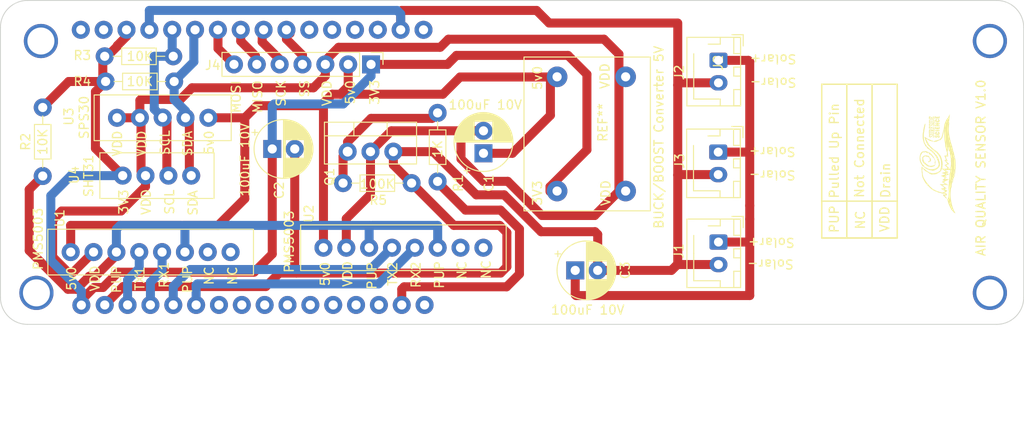
<source format=kicad_pcb>
(kicad_pcb (version 20211014) (generator pcbnew)
  (layers (0 "F.Cu" signal) (31 "B.Cu" signal) (34 "B.Paste" user) (35 "F.Paste" user) (36 "B.SilkS" user "B.Silkscreen") (37 "F.SilkS" user "F.Silkscreen") (38 "B.Mask" user) (39 "F.Mask" user) (44 "Edge.Cuts" user))
  (net 0 "")
  (net 1 "Net-(Q1-Pad1)")
  (net 2 "VDD2")
  (net 3 "GND")
  (net 12 "SCL")
  (net 16 "TX1")
  (net 17 "RX1")
  (net 18 "TX2")
  (net 19 "RX2")
  (net 25 "5V0")
  (net 26 "PULLUP_1")
  (net 31 "SDA")
  (net 32 "3V3")
  (net 33 "Solar_IN")
  (net 34 "SPI_SS")
  (net 35 "SPI_SCK")
  (net 36 "SPI_MISO")
  (net 37 "SPI_MOSI")
  (net 38 "VDD_EN")
  (footprint "Connector_JST:JST_XH_B2B-XH-AM_1x02_P2.50mm_Vertical" (layer "F.Cu") (at 93.725 20.05 -90)
    (fp_text reference "J2" (at 0.25 0.025 -270) (layer "F.SilkS"))
    (fp_text value "Conn_01x02_Male")
    (fp_text user "${REFERENCE}" (at 1.35 4.35 -270) (layer "F.SilkS"))
    (pad "" np_thru_hole circle (at -1.6 2 270) (size 1.2 1.2) (drill 1.2) (layers *.Cu *.Mask))
    (pad "1" thru_hole roundrect (at 0 0 270) (size 1.7 2) (drill 1) (layers *.Cu *.Mask) (roundrect_rratio 0.1470588235) (net 33 "Solar_IN"))
    (pad "2" thru_hole oval (at 2.5 0 270) (size 1.7 2) (drill 1) (layers *.Cu *.Mask) (net 3 "GND"))
  )
  (footprint "" (layer "F.Cu") (at 123.9 17.9 90)
    (fp_text reference "" (at 0 0 90) (layer "F.SilkS") (effects (font (size 1.27 1.27))))
    (fp_text value "" (at 0 0 90) (layer "F.SilkS") (effects (font (size 1.27 1.27))))
    (pad "1" thru_hole circle (at 0 0 90) (size 3.8 3.8) (drill 3) (layers *.Cu *.Mask))
  )
  (footprint "Surfside Science:PMS5003" (layer "F.Cu") (at 26.79 36.285)
    (fp_text reference "U1" (at -6.29 1.315 90 unlocked) (layer "F.SilkS"))
    (fp_text value "PMS5003")
    (pad "1" thru_hole circle (at -5.08 5.08 180) (size 2 2) (drill 1.02) (layers *.Cu *.Mask) (net 25 "5V0"))
    (pad "2" thru_hole circle (at -2.54 5.08 180) (size 2 2) (drill 1.02) (layers *.Cu *.Mask) (net 2 "VDD2"))
    (pad "3" thru_hole circle (at 0 5.08 180) (size 2 2) (drill 1.02) (layers *.Cu *.Mask) (net 26 "PULLUP_1"))
    (pad "4" thru_hole circle (at 2.54 5.08 180) (size 2 2) (drill 1.02) (layers *.Cu *.Mask) (net 16 "TX1"))
    (pad "5" thru_hole circle (at 5.08 5.08 180) (size 2 2) (drill 1.02) (layers *.Cu *.Mask) (net 17 "RX1"))
    (pad "6" thru_hole circle (at 7.62 5.08 180) (size 2 2) (drill 1.02) (layers *.Cu *.Mask) (net 26 "PULLUP_1"))
    (pad "7" thru_hole circle (at 10.16 5.08 180) (size 2 2) (drill 1.02) (layers *.Cu *.Mask))
    (pad "8" thru_hole circle (at 12.7 5.08 180) (size 2 2) (drill 1.02) (layers *.Cu *.Mask))
  )
  (footprint "Surfside Science:surfside science logo" (layer "F.Cu") (at 120.46517 37.519587 90)
    (fp_text reference "REF**" hide)
    (fp_text value "surfside science logo")
    (fp_text user "AIR QUALITY SENSOR V1.0" (at 5.519587 2.43483 90 unlocked) (layer "F.SilkS"))
  )
  (footprint "Capacitor_THT:CP_Radial_D6.3mm_P2.50mm" (layer "F.Cu") (at 67.6 30.382379 90)
    (fp_text reference "C1" (at -3.317621 0.6 90) (layer "F.SilkS"))
    (fp_text value "C_Polarized_US")
    (pad "1" thru_hole rect (at 0 0 90) (size 2 2) (drill 1.02) (layers *.Cu *.Mask) (net 25 "5V0"))
    (pad "2" thru_hole circle (at 2.5 0 90) (size 2 2) (drill 1.02) (layers *.Cu *.Mask) (net 2 "VDD2"))
  )
  (footprint "Resistor_THT:R_Axial_DIN0204_L3.6mm_D1.6mm_P7.62mm_Horizontal" (layer "F.Cu") (at 62.5 33.51 90)
    (fp_text reference "R1" (at -0.19 2.3 90) (layer "F.SilkS"))
    (fp_text value "1K")
    (pad "1" thru_hole circle (at 0 0 90) (size 2 2) (drill 1.02) (layers *.Cu *.Mask) (net 38 "VDD_EN"))
    (pad "2" thru_hole oval (at 7.62 0 90) (size 2 2) (drill 1.02) (layers *.Cu *.Mask) (net 1 "Net-(Q1-Pad1)"))
  )
  (footprint "Surfside Science:SHT31" (layer "F.Cu") (at 32.57 27.785)
    (fp_text reference "U4" (at -10.47 5.015 90 unlocked) (layer "F.SilkS"))
    (fp_text value "SHT31")
    (pad "1" thru_hole circle (at -5.08 5.08 180) (size 2 2) (drill 1.02) (layers *.Cu *.Mask) (net 32 "3V3"))
    (pad "2" thru_hole circle (at -2.54 5.08 180) (size 2 2) (drill 1.02) (layers *.Cu *.Mask) (net 2 "VDD2"))
    (pad "3" thru_hole circle (at 0 5.08 180) (size 2 2) (drill 1.02) (layers *.Cu *.Mask) (net 12 "SCL"))
    (pad "4" thru_hole circle (at 2.54 5.08 180) (size 2 2) (drill 1.02) (layers *.Cu *.Mask) (net 31 "SDA"))
  )
  (footprint "Resistor_THT:R_Axial_DIN0204_L3.6mm_D1.6mm_P7.62mm_Horizontal" (layer "F.Cu") (at 25.59 22.4)
    (fp_text reference "R4" (at -2.59 0) (layer "F.SilkS"))
    (fp_text value "10K")
    (pad "1" thru_hole circle (at 0 0) (size 2 2) (drill 1.02) (layers *.Cu *.Mask) (net 32 "3V3"))
    (pad "2" thru_hole oval (at 7.62 0) (size 2 2) (drill 1.02) (layers *.Cu *.Mask) (net 31 "SDA"))
  )
  (footprint "Resistor_THT:R_Axial_DIN0204_L3.6mm_D1.6mm_P7.62mm_Horizontal" (layer "F.Cu") (at 59.61 33.7 180)
    (fp_text reference "R5" (at 3.71 -1.9) (layer "F.SilkS"))
    (fp_text value "100K")
    (pad "1" thru_hole circle (at 0 0 180) (size 2 2) (drill 1.02) (layers *.Cu *.Mask) (net 3 "GND"))
    (pad "2" thru_hole circle (at 7.62 0 180) (size 2 2) (drill 1.02) (layers *.Cu *.Mask) (net 1 "Net-(Q1-Pad1)"))
  )
  (footprint "Package_TO_SOT_THT:TO-220-3_Vertical" (layer "F.Cu") (at 52.5 30.2)
    (fp_text reference "Q1" (at -2 2.8 90) (layer "F.SilkS"))
    (fp_text value "IRLB8721PBF")
    (pad "1" thru_hole circle (at 0 0) (size 2 2) (drill 1.1) (layers *.Cu *.Mask) (net 1 "Net-(Q1-Pad1)"))
    (pad "2" thru_hole circle (at 2.54 0) (size 2 2) (drill 1.02) (layers *.Cu *.Mask) (net 2 "VDD2"))
    (pad "3" thru_hole circle (at 5.08 0) (size 2 2) (drill 1.02) (layers *.Cu *.Mask) (net 3 "GND"))
  )
  (footprint "Resistor_THT:R_Axial_DIN0204_L3.6mm_D1.6mm_P7.62mm_Horizontal" (layer "F.Cu") (at 33.11 19.6 180)
    (fp_text reference "R3" (at 10.11 0.1) (layer "F.SilkS"))
    (fp_text value "10K")
    (pad "1" thru_hole circle (at 0 0 180) (size 2 2) (drill 1.02) (layers *.Cu *.Mask) (net 12 "SCL"))
    (pad "2" thru_hole oval (at 7.62 0 180) (size 2 2) (drill 1.02) (layers *.Cu *.Mask) (net 32 "3V3"))
  )
  (footprint "MountingHole:MountingHole_2.2mm_M2_DIN965_Pad" (layer "F.Cu") (at 17.9 45.9 90)
    (fp_text reference "REF**" hide)
    (fp_text value "MountingHole_2.2mm_M2_DIN965_Pad")
    (pad "1" thru_hole circle (at 0 0 90) (size 3.8 3.8) (drill 3) (layers *.Cu *.Mask))
  )
  (footprint "Connector_PinHeader_2.54mm:PinHeader_1x07_P2.54mm_Vertical" (layer "F.Cu") (at 55.1 20.5 -90)
    (fp_text reference "J4" (at 0.1 17.6) (layer "F.SilkS"))
    (fp_text value "Conn_01x07_Male")
    (pad "1" thru_hole rect (at 0 0 270) (size 2 2) (drill 1.02) (layers *.Cu *.Mask) (net 32 "3V3"))
    (pad "2" thru_hole oval (at 0 2.54 270) (size 2 2) (drill 1.02) (layers *.Cu *.Mask) (net 25 "5V0"))
    (pad "3" thru_hole oval (at 0 5.08 270) (size 2 2) (drill 1.02) (layers *.Cu *.Mask) (net 2 "VDD2"))
    (pad "4" thru_hole oval (at 0 7.62 270) (size 2 2) (drill 1.02) (layers *.Cu *.Mask) (net 34 "SPI_SS"))
    (pad "5" thru_hole oval (at 0 10.16 270) (size 2 2) (drill 1.02) (layers *.Cu *.Mask) (net 35 "SPI_SCK"))
    (pad "6" thru_hole oval (at 0 12.7 270) (size 2 2) (drill 1.02) (layers *.Cu *.Mask) (net 36 "SPI_MISO"))
    (pad "7" thru_hole oval (at 0 15.24 270) (size 2 2) (drill 1.02) (layers *.Cu *.Mask) (net 37 "SPI_MOSI"))
  )
  (footprint "Capacitor_THT:CP_Radial_D6.3mm_P2.50mm" (layer "F.Cu") (at 77.8 43.4)
    (fp_text reference "C3" (at 5.55738 0 90) (layer "F.SilkS"))
    (fp_text value "C_Polarized_US")
    (pad "1" thru_hole rect (at 0 0) (size 2 2) (drill 1.02) (layers *.Cu *.Mask) (net 33 "Solar_IN"))
    (pad "2" thru_hole circle (at 2.5 0) (size 2 2) (drill 1.02) (layers *.Cu *.Mask) (net 3 "GND"))
  )
  (footprint "Capacitor_THT:CP_Radial_D6.3mm_P2.50mm" (layer "F.Cu") (at 44.117621 29.9)
    (fp_text reference "C2" (at 0.782379 4.6 90) (layer "F.SilkS"))
    (fp_text value "C_Polarized_US")
    (pad "1" thru_hole rect (at 0 0) (size 2 2) (drill 1.02) (layers *.Cu *.Mask) (net 32 "3V3"))
    (pad "2" thru_hole circle (at 2.5 0) (size 2 2) (drill 1.02) (layers *.Cu *.Mask) (net 3 "GND"))
  )
  (footprint "Surfside Science:ilygo-ttgo-t-sim7000g-esp32-wrover" (layer "F.Cu") (at 63.114649 33.123002 90)
    (fp_text reference "U6" hide)
    (fp_text value "lilygo-ttgo-t-sim7000g-esp32-wrover" hide)
    (pad "0" thru_hole circle (at 16.47 -9.8 90) (size 2 2) (drill 1.02) (layers *.Cu *.Mask))
    (pad "01" thru_hole circle (at 16.47 -40.28 90) (size 2 2) (drill 1.02) (layers *.Cu *.Mask))
    (pad "02" thru_hole circle (at -14.12 -14.76 90) (size 2 2) (drill 1.02) (layers *.Cu *.Mask))
    (pad "03" thru_hole circle (at 16.47 -37.74 90) (size 2 2) (drill 1.02) (layers *.Cu *.Mask))
    (pad "3V3" thru_hole circle (at -14.14 -40.22 90) (size 2 2) (drill 1.02) (layers *.Cu *.Mask) (net 32 "3V3"))
    (pad "3V3" thru_hole circle (at 16.47 -35.2 90) (size 2 2) (drill 1.02) (layers *.Cu *.Mask) (net 32 "3V3"))
    (pad "04" thru_hole circle (at -14.12 -17.3 90) (size 2 2) (drill 1.02) (layers *.Cu *.Mask))
    (pad "05" thru_hole circle (at 16.47 -17.42 90) (size 2 2) (drill 1.02) (layers *.Cu *.Mask) (net 34 "SPI_SS"))
    (pad "12" thru_hole circle (at -14.12 -4.6 90) (size 2 2) (drill 1.02) (layers *.Cu *.Mask) (net 38 "VDD_EN"))
    (pad "13" thru_hole circle (at -14.12 -7.14 90) (size 2 2) (drill 1.02) (layers *.Cu *.Mask))
    (pad "14" thru_hole circle (at -14.12 -9.68 90) (size 2 2) (drill 1.02) (layers *.Cu *.Mask))
    (pad "15" thru_hole circle (at -14.12 -12.22 90) (size 2 2) (drill 1.02) (layers *.Cu *.Mask))
    (pad "18" thru_hole circle (at 16.47 -19.96 90) (size 2 2) (drill 1.02) (layers *.Cu *.Mask) (net 35 "SPI_SCK"))
    (pad "19" thru_hole circle (at 16.47 -22.5 90) (size 2 2) (drill 1.02) (layers *.Cu *.Mask) (net 36 "SPI_MISO"))
    (pad "21" thru_hole circle (at 16.47 -27.58 90) (size 2 2) (drill 1.02) (layers *.Cu *.Mask) (net 31 "SDA"))
    (pad "22" thru_hole circle (at 16.47 -30.12 90) (size 2 2) (drill 1.02) (layers *.Cu *.Mask) (net 12 "SCL"))
    (pad "23" thru_hole circle (at 16.47 -25.04 90) (size 2 2) (drill 1.02) (layers *.Cu *.Mask) (net 37 "SPI_MOSI"))
    (pad "25" thru_hole circle (at -14.12 -24.92 90) (size 2 2) (drill 1.02) (layers *.Cu *.Mask))
    (pad "26" thru_hole circle (at -14.12 -22.38 90) (size 2 2) (drill 1.02) (layers *.Cu *.Mask))
    (pad "27" thru_hole circle (at -14.12 -19.84 90) (size 2 2) (drill 1.02) (layers *.Cu *.Mask))
    (pad "32" thru_hole circle (at -14.12 -35.08 90) (size 2 2) (drill 1.02) (layers *.Cu *.Mask) (net 16 "TX1"))
    (pad "33" thru_hole circle (at -14.12 -32.54 90) (size 2 2) (drill 1.02) (layers *.Cu *.Mask) (net 17 "RX1"))
    (pad "34" thru_hole circle (at -14.12 -30 90) (size 2 2) (drill 1.02) (layers *.Cu *.Mask) (net 18 "TX2"))
    (pad "35" thru_hole circle (at -14.12 -27.46 90) (size 2 2) (drill 1.02) (layers *.Cu *.Mask) (net 19 "RX2"))
    (pad "36" thru_hole circle (at 16.47 -12.34 90) (size 2 2) (drill 1.02) (layers *.Cu *.Mask))
    (pad "39" thru_hole circle (at 16.47 -14.88 90) (size 2 2) (drill 1.02) (layers *.Cu *.Mask))
    (pad "GND" thru_hole circle (at -14.12 -37.62 90) (size 2 2) (drill 1.02) (layers *.Cu *.Mask) (net 3 "GND"))
    (pad "GND" thru_hole circle (at 16.47 -32.66 90) (size 2 2) (drill 1.02) (layers *.Cu *.Mask) (net 3 "GND"))
    (pad "GND" thru_hole circle (at 16.47 -4.72 90) (size 2 2) (drill 1.02) (layers *.Cu *.Mask) (net 3 "GND"))
    (pad "RST" thru_hole circle (at 16.47 -7.26 90) (size 2 2) (drill 1.02) (layers *.Cu *.Mask))
    (pad "VBAT" thru_hole circle (at -14.12 -2.06 90) (size 2 2) (drill 1.02) (layers *.Cu *.Mask))
    (pad "VIN" thru_hole circle (at 16.47 -2.18 90) (size 2 2) (drill 1.02) (layers *.Cu *.Mask))
  )
  (footprint "Resistor_THT:R_Axial_DIN0204_L3.6mm_D1.6mm_P7.62mm_Horizontal" (layer "F.Cu") (at 18.6 32.91 90)
    (fp_text reference "R2" (at 3.8 -1.9 90) (layer "F.SilkS"))
    (fp_text value "10K")
    (pad "1" thru_hole circle (at 0 0 90) (size 2 2) (drill 1.02) (layers *.Cu *.Mask) (net 26 "PULLUP_1"))
    (pad "2" thru_hole oval (at 7.62 0 90) (size 2 2) (drill 1.02) (layers *.Cu *.Mask) (net 32 "3V3"))
  )
  (footprint "Surfside Science:PMS5003" (layer "F.Cu") (at 54.89 35.8)
    (fp_text reference "U2" (at -6.69 1.3 90 unlocked) (layer "F.SilkS"))
    (fp_text value "PMS5003")
    (pad "1" thru_hole circle (at -5.08 5.08 180) (size 2 2) (drill 1.02) (layers *.Cu *.Mask) (net 25 "5V0"))
    (pad "2" thru_hole circle (at -2.54 5.08 180) (size 2 2) (drill 1.02) (layers *.Cu *.Mask) (net 2 "VDD2"))
    (pad "3" thru_hole circle (at 0 5.08 180) (size 2 2) (drill 1.02) (layers *.Cu *.Mask) (net 26 "PULLUP_1"))
    (pad "4" thru_hole circle (at 2.54 5.08 180) (size 2 2) (drill 1.02) (layers *.Cu *.Mask) (net 18 "TX2"))
    (pad "5" thru_hole circle (at 5.08 5.08 180) (size 2 2) (drill 1.02) (layers *.Cu *.Mask) (net 19 "RX2"))
    (pad "6" thru_hole circle (at 7.62 5.08 180) (size 2 2) (drill 1.02) (layers *.Cu *.Mask) (net 26 "PULLUP_1"))
    (pad "7" thru_hole circle (at 10.16 5.08 180) (size 2 2) (drill 1.02) (layers *.Cu *.Mask))
    (pad "8" thru_hole circle (at 12.7 5.08 180) (size 2 2) (drill 1.02) (layers *.Cu *.Mask))
  )
  (footprint "" (layer "F.Cu") (at 18.4 17.9 90)
    (fp_text reference "" (at 0 0 90) (layer "F.SilkS") (effects (font (size 1.27 1.27))))
    (fp_text value "" (at 0 0 90) (layer "F.SilkS") (effects (font (size 1.27 1.27))))
    (pad "1" thru_hole circle (at 0 0 90) (size 3.8 3.8) (drill 3) (layers *.Cu *.Mask))
  )
  (footprint "" (layer "F.Cu") (at 123.9 45.9 90)
    (fp_text reference "" (at 0 0 90) (layer "F.SilkS") (effects (font (size 1.27 1.27))))
    (fp_text value "" (at 0 0 90) (layer "F.SilkS") (effects (font (size 1.27 1.27))))
    (pad "1" thru_hole circle (at 0 0 90) (size 3.8 3.8) (drill 3) (layers *.Cu *.Mask))
  )
  (footprint "Connector_JST:JST_XH_B2B-XH-AM_1x02_P2.50mm_Vertical" (layer "F.Cu") (at 93.725 40.25 -90)
    (fp_text reference "J1" (at 1 4.4 -270) (layer "F.SilkS"))
    (fp_text value "Conn_01x02_Male")
    (pad "" np_thru_hole circle (at -1.6 2 270) (size 1.2 1.2) (drill 1.2) (layers *.Cu *.Mask))
    (pad "1" thru_hole roundrect (at 0 0 270) (size 1.7 2) (drill 1) (layers *.Cu *.Mask) (roundrect_rratio 0.1470588235) (net 33 "Solar_IN"))
    (pad "2" thru_hole oval (at 2.5 0 270) (size 1.7 2) (drill 1) (layers *.Cu *.Mask) (net 3 "GND"))
  )
  (footprint "Surfside Science:SPS30" (layer "F.Cu") (at 34.477024 31.515 180)
    (fp_text reference "U3" (at 12.977024 5.215 90 unlocked) (layer "F.SilkS"))
    (fp_text value "SPS30")
    (pad "1" thru_hole circle (at -2.54 5.08) (size 2 2) (drill 1.02) (layers *.Cu *.Mask) (net 25 "5V0"))
    (pad "2" thru_hole circle (at 0 5.08) (size 2 2) (drill 1.02) (layers *.Cu *.Mask) (net 31 "SDA"))
    (pad "3" thru_hole circle (at 2.538512 5.101512) (size 2 2) (drill 1.02) (layers *.Cu *.Mask) (net 12 "SCL"))
    (pad "4" thru_hole circle (at 5.077024 5.079999) (size 2 2) (drill 1.02) (layers *.Cu *.Mask) (net 2 "VDD2"))
    (pad "5" thru_hole circle (at 7.615536 5.079999) (size 2 2) (drill 1.02) (layers *.Cu *.Mask) (net 2 "VDD2"))
  )
  (footprint "Surfside Science:Buck_Boost_Converter" (layer "F.Cu") (at 88.105 38.73 90)
    (fp_text reference "REF**" (at 11.77 -7.24 90 unlocked) (layer "F.SilkS"))
    (fp_text value "Buck_Boost_Converter")
    (pad "1" thru_hole circle (at 4.15 -12.32 90) (size 2.286 2.286) (drill 1.02) (layers *.Cu *.Mask) (net 32 "3V3"))
    (pad "2" thru_hole circle (at 4.15 -4.7 270) (size 2.286 2.286) (drill 1.02) (layers *.Cu *.Mask) (net 2 "VDD2"))
    (pad "3" thru_hole circle (at 16.85 -12.32 270) (size 2.286 2.286) (drill 1.02) (layers *.Cu *.Mask) (net 25 "5V0"))
    (pad "4" thru_hole circle (at 16.85 -4.7 270) (size 2.286 2.286) (drill 1.02) (layers *.Cu *.Mask) (net 2 "VDD2"))
  )
  (footprint "Connector_JST:JST_XH_B2B-XH-AM_1x02_P2.50mm_Vertical" (layer "F.Cu") (at 93.7 30.25 -90)
    (fp_text reference "J3" (at 1 4.3 -270) (layer "F.SilkS"))
    (fp_text value "Conn_01x02_Male")
    (pad "" np_thru_hole circle (at -1.6 2 270) (size 1.2 1.2) (drill 1.2) (layers *.Cu *.Mask))
    (pad "1" thru_hole roundrect (at 0 0 270) (size 1.7 2) (drill 1) (layers *.Cu *.Mask) (roundrect_rratio 0.1470588235) (net 33 "Solar_IN"))
    (pad "2" thru_hole oval (at 2.5 0 270) (size 1.7 2) (drill 1) (layers *.Cu *.Mask) (net 3 "GND"))
  )
  (gr_rect (start 113.6 39.8) (end 105.2 35.7) (layer "F.SilkS") (width 0.15) (fill none))
  (gr_rect (start 108 39.8) (end 110.8 22.7) (layer "F.SilkS") (width 0.15) (fill none))
  (gr_rect (start 113.6 39.8) (end 105.2 22.7) (layer "F.SilkS") (width 0.15) (fill none))
  (gr_rect (start 110.8 39.8) (end 113.6 22.7) (layer "F.SilkS") (width 0.15) (fill none))
  (gr_rect (start 105.2 39.8) (end 108 22.7) (layer "F.SilkS") (width 0.15) (fill none))
  (gr_arc (start 13.9 16.39) (mid 14.77868 14.26868) (end 16.9 13.39) (layer "Edge.Cuts") (width 0.1))
  (gr_arc (start 127.66 46.4) (mid 126.78132 48.52132) (end 124.66 49.4) (layer "Edge.Cuts") (width 0.1))
  (gr_arc (start 124.66 13.39) (mid 126.78132 14.26868) (end 127.66 16.39) (layer "Edge.Cuts") (width 0.1))
  (gr_line (start 127.66 16.39) (end 127.66 46.4) (layer "Edge.Cuts") (width 0.1))
  (gr_line (start 124.66 49.4) (end 16.9 49.4) (layer "Edge.Cuts") (width 0.1))
  (gr_line (start 13.9 46.4) (end 13.9 16.39) (layer "Edge.Cuts") (width 0.1))
  (gr_arc (start 16.9 49.4) (mid 14.77868 48.52132) (end 13.9 46.4) (layer "Edge.Cuts") (width 0.1))
  (gr_line (start 16.9 13.39) (end 124.66 13.39) (layer "Edge.Cuts") (width 0.1))
  (gr_text "VDD" (at 81.2 34.8 90) (layer "F.SilkS") (effects (font (size 1 1))))
  (gr_text "PUP\n" (at 55.2 44 90) (layer "F.SilkS") (effects (font (size 1 1))))
  (gr_text "100uF 10V" (at 41.1 31.1 90) (layer "F.SilkS") (effects (font (size 1 1))))
  (gr_text "PUP\n" (at 34.7 44.4 90) (layer "F.SilkS") (effects (font (size 1 1))))
  (gr_text "SCK" (at 45.1 23.7 90) (layer "F.SilkS") (effects (font (size 1 1))))
  (gr_text "Solar+" (at 99.7 30.2 180) (layer "F.SilkS") (effects (font (size 1 1))))
  (gr_text "VDD\n" (at 50.2 23.7 90) (layer "F.SilkS") (effects (font (size 1 1))))
  (gr_text "SDA" (at 35.3 35.9 90) (layer "F.SilkS") (effects (font (size 1 1))))
  (gr_text "TX2" (at 57.5 43.8 90) (layer "F.SilkS") (effects (font (size 1 1))))
  (gr_text "SDA" (at 34.7 29.3 90) (layer "F.SilkS") (effects (font (size 1 1))))
  (gr_text "3V3" (at 73.6 34.8 90) (layer "F.SilkS") (effects (font (size 1 1))))
  (gr_text "Pulled Up Pin\n" (at 106.6 30.1 90) (layer "F.SilkS") (effects (font (size 1 1))))
  (gr_text "NC" (at 39.7 44 90) (layer "F.SilkS") (effects (font (size 1 1))))
  (gr_text "5v0" (at 50 43.8 90) (layer "F.SilkS") (effects (font (size 1 1))))
  (gr_text "10K" (at 18.6 29.1 90) (layer "F.SilkS") (effects (font (size 1 1))))
  (gr_text "RX2" (at 60.1 43.9 90) (layer "F.SilkS") (effects (font (size 1 1))))
  (gr_text "100uF 10V" (at 67.8 25) (layer "F.SilkS") (effects (font (size 1 1))))
  (gr_text "5v0" (at 21.8 44.3 90) (layer "F.SilkS") (effects (font (size 1 1))))
  (gr_text "5v0" (at 73.6 22 90) (layer "F.SilkS") (effects (font (size 1 1))))
  (gr_text "MOSI" (at 40.1 24.1 90) (layer "F.SilkS") (effects (font (size 1 1))))
  (gr_text "PUP\n" (at 62.7 43.9 90) (layer "F.SilkS") (effects (font (size 1 1))))
  (gr_text "VDD" (at 52.5 43.8 90) (layer "F.SilkS") (effects (font (size 1 1))))
  (gr_text "5v0" (at 52.8 23.6 90) (layer "F.SilkS") (effects (font (size 1 1))))
  (gr_text "Solar-" (at 99.5 42.7 180) (layer "F.SilkS") (effects (font (size 1 1))))
  (gr_text "Drain" (at 112.3 33.4 90) (layer "F.SilkS") (effects (font (size 1 1))))
  (gr_text "VDD" (at 81.1 21.8 90) (layer "F.SilkS") (effects (font (size 1 1))))
  (gr_text "NC" (at 65.2 43.4 90) (layer "F.SilkS") (effects (font (size 1 1))))
  (gr_text "TX1" (at 29.4 44.3 90) (layer "F.SilkS") (effects (font (size 1 1))))
  (gr_text "PMS5003\n" (at 18.1 39.9 90) (layer "F.SilkS") (effects (font (size 1 1))))
  (gr_text "Not Connected" (at 109.4 29.8 90) (layer "F.SilkS") (effects (font (size 1 1))))
  (gr_text "Solar+" (at 99.8 19.9 180) (layer "F.SilkS") (effects (font (size 1 1))))
  (gr_text "SS" (at 47.7 23.2 90) (layer "F.SilkS") (effects (font (size 1 1))))
  (gr_text "NC" (at 37.1 44 90) (layer "F.SilkS") (effects (font (size 1 1))))
  (gr_text "Solar-" (at 99.7 32.8 180) (layer "F.SilkS") (effects (font (size 1 1))))
  (gr_text "VDD\n" (at 29.6 29.3 90) (layer "F.SilkS") (effects (font (size 1 1))))
  (gr_text "VDD" (at 112.2 37.7 90) (layer "F.SilkS") (effects (font (size 1 1))))
  (gr_text "SCL" (at 32.2 29.2 90) (layer "F.SilkS") (effects (font (size 1 1))))
  (gr_text "BUCK/BOOST Converter 5V" (at 87.1 28.6 90) (layer "F.SilkS") (effects (font (size 1 1))))
  (gr_text "VDD" (at 30.1 35.8 90) (layer "F.SilkS") (effects (font (size 1 1))))
  (gr_text "100K" (at 55.8 33.8) (layer "F.SilkS") (effects (font (size 1 1))))
  (gr_text "100uF 10V" (at 79.2 47.8) (layer "F.SilkS") (effects (font (size 1 1))))
  (gr_text "5v0" (at 37.1 29.2 90) (layer "F.SilkS") (effects (font (size 1 1))))
  (gr_text "PUP\n" (at 26.8 44.4 90) (layer "F.SilkS") (effects (font (size 1 1))))
  (gr_text "10K" (at 29.4 22.4) (layer "F.SilkS") (effects (font (size 1 1))))
  (gr_text "10K" (at 29.4 19.6) (layer "F.SilkS") (effects (font (size 1 1))))
  (gr_text "RX1" (at 32.1 43.9 90) (layer "F.SilkS") (effects (font (size 1 1))))
  (gr_text "SPS30" (at 23.2 26.4 90) (layer "F.SilkS") (effects (font (size 1 1))))
  (gr_text "Solar+" (at 99.6 40.3 180) (layer "F.SilkS") (effects (font (size 1 1))))
  (gr_text "NC\n" (at 109.5 37.8 90) (layer "F.SilkS") (effects (font (size 1 1))))
  (gr_text "VDD" (at 24.4 44.3 90) (layer "F.SilkS") (effects (font (size 1 1))))
  (gr_text "NC" (at 67.9 43.3 90) (layer "F.SilkS") (effects (font (size 1 1))))
  (gr_text "SCL" (at 32.7 35.8 90) (layer "F.SilkS") (effects (font (size 1 1))))
  (gr_text "Solar-" (at 99.8 22.5 180) (layer "F.SilkS") (effects (font (size 1 1))))
  (gr_text "VDD\n" (at 26.9 29.3 90) (layer "F.SilkS") (effects (font (size 1 1))))
  (gr_text "3V3" (at 27.6 35.8 90) (layer "F.SilkS") (effects (font (size 1 1))))
  (gr_text "SHT31\n" (at 23.7 32.9 90) (layer "F.SilkS") (effects (font (size 1 1))))
  (gr_text "PUP\n" (at 106.6 37.7 90) (layer "F.SilkS") (effects (font (size 1 1))))
  (gr_text "PMS5003\n" (at 46 40.2 90) (layer "F.SilkS") (effects (font (size 1 1))))
  (gr_text "1K" (at 62.5 29.9 90) (layer "F.SilkS") (effects (font (size 1 1))))
  (gr_text "MISO" (at 42.5 24.1 90) (layer "F.SilkS") (effects (font (size 1 1))))
  (gr_text "3V3" (at 55.5 23.6 90) (layer "F.SilkS") (effects (font (size 1 1))))
  (segment (start 52.5 30.2) (end 51.99 30.71) (width 1) (layer "F.Cu") (net 1))
  (segment (start 61.89 26.5) (end 55.1 26.5) (width 1) (layer "F.Cu") (net 1))
  (segment (start 62.495 25.4) (end 62.495 25.515) (width 1) (layer "F.Cu") (net 1))
  (segment (start 62.5 25.89) (end 61.89 26.5) (width 1) (layer "F.Cu") (net 1))
  (segment (start 62.495 25.515) (end 62.31 25.7) (width 1) (layer "F.Cu") (net 1))
  (segment (start 52.5 29.1) (end 52.5 30.2) (width 1) (layer "F.Cu") (net 1))
  (segment (start 55.1 26.5) (end 52.5 29.1) (width 1) (layer "F.Cu") (net 1))
  (segment (start 51.99 30.71) (end 51.99 33.7) (width 1) (layer "F.Cu") (net 1))
  (segment (start 29.4 26.435001) (end 29.53 26.565001) (width 1) (layer "F.Cu") (net 2))
  (segment (start 19.7 41.9) (end 21.4 43.6) (width 1) (layer "F.Cu") (net 2))
  (segment (start 70.3 33.5) (end 74.1 37.3) (width 1) (layer "F.Cu") (net 2))
  (segment (start 79.96 37.3) (end 82.66 34.6) (width 1) (layer "F.Cu") (net 2))
  (segment (start 82.66 34.6) (end 82.66 19.36) (width 1) (layer "F.Cu") (net 2))
  (segment (start 19.7 37.8) (end 19.7 41.9) (width 1) (layer "F.Cu") (net 2))
  (segment (start 30.03 32.865) (end 30.03 34.07) (width 1) (layer "F.Cu") (net 2))
  (segment (start 55.04 34.96) (end 52.35 37.65) (width 1) (layer "F.Cu") (net 2))
  (segment (start 63.7 17.7) (end 62.8 18.6) (width 1) (layer "F.Cu") (net 2))
  (segment (start 50.02 21.78) (end 48.7 23.1) (width 1) (layer "F.Cu") (net 2))
  (segment (start 29.4 26.435001) (end 26.861488 26.435001) (width 1) (layer "F.Cu") (net 2))
  (segment (start 48.7 23.1) (end 35.2 23.1) (width 1) (layer "F.Cu") (net 2))
  (segment (start 29.4 24.5) (end 29.4 26.435001) (width 1) (layer "F.Cu") (net 2))
  (segment (start 27.3 36.8) (end 20.7 36.8) (width 1) (layer "F.Cu") (net 2))
  (segment (start 50.02 20.5) (end 50.02 21.78) (width 1) (layer "F.Cu") (net 2))
  (segment (start 24.25 41.35) (end 24.25 40.865) (width 1) (layer "F.Cu") (net 2))
  (segment (start 20.7 36.8) (end 19.7 37.8) (width 1) (layer "F.Cu") (net 2))
  (segment (start 67.6 33.5) (end 70.3 33.5) (width 1) (layer "F.Cu") (net 2))
  (segment (start 52.35 40.88) (end 52.415126 40.88) (width 1) (layer "F.Cu") (net 2))
  (segment (start 21.4 43.6) (end 22 43.6) (width 1) (layer "F.Cu") (net 2))
  (segment (start 66.017621 27.882379) (end 65.1 28.8) (width 1) (layer "F.Cu") (net 2))
  (segment (start 67.6 27.882379) (end 57.357621 27.882379) (width 1) (layer "F.Cu") (net 2))
  (segment (start 67.6 27.882379) (end 66.017621 27.882379) (width 1) (layer "F.Cu") (net 2))
  (segment (start 62.7 18.6) (end 51.492234 18.6) (width 1) (layer "F.Cu") (net 2))
  (segment (start 51.492234 18.6) (end 50.02 20.072234) (width 1) (layer "F.Cu") (net 2))
  (segment (start 65.1 28.8) (end 65.1 31) (width 1) (layer "F.Cu") (net 2))
  (segment (start 50.02 20.072234) (end 50.02 20.5) (width 1) (layer "F.Cu") (net 2))
  (segment (start 55.04 30.2) (end 55.04 34.96) (width 1) (layer "F.Cu") (net 2))
  (segment (start 29.53 26.565001) (end 29.53 32.365) (width 1) (layer "F.Cu") (net 2))
  (segment (start 52.35 37.65) (end 52.35 40.88) (width 1) (layer "F.Cu") (net 2))
  (segment (start 29.5 24.4) (end 29.4 24.5) (width 1) (layer "F.Cu") (net 2))
  (segment (start 33.9 24.4) (end 29.5 24.4) (width 1) (layer "F.Cu") (net 2))
  (segment (start 82.66 19.36) (end 81 17.7) (width 1) (layer "F.Cu") (net 2))
  (segment (start 81 17.7) (end 63.7 17.7) (width 1) (layer "F.Cu") (net 2))
  (segment (start 35.2 23.1) (end 33.9 24.4) (width 1) (layer "F.Cu") (net 2))
  (segment (start 22 43.6) (end 24.25 41.35) (width 1) (layer "F.Cu") (net 2))
  (segment (start 65.1 31) (end 67.6 33.5) (width 1) (layer "F.Cu") (net 2))
  (segment (start 30.03 34.07) (end 27.3 36.8) (width 1) (layer "F.Cu") (net 2))
  (segment (start 74.1 37.3) (end 79.96 37.3) (width 1) (layer "F.Cu") (net 2))
  (segment (start 29.53 32.365) (end 30.03 32.865) (width 1) (layer "F.Cu") (net 2))
  (segment (start 57.357621 27.882379) (end 55.04 30.2) (width 1) (layer "F.Cu") (net 2))
  (segment (start 25.494649 47.243002) (end 27.537651 45.2) (width 1) (layer "F.Cu") (net 3))
  (segment (start 69.4 38.4) (end 64.31 38.4) (width 1) (layer "F.Cu") (net 3))
  (segment (start 58.394649 14.605351) (end 58.5 14.5) (width 1) (layer "F.Cu") (net 3))
  (segment (start 44.9 43.7) (end 46.8 43.7) (width 1) (layer "F.Cu") (net 3))
  (segment (start 89.2 22.8) (end 89.2 15.9) (width 1) (layer "F.Cu") (net 3))
  (segment (start 73.5 14.5) (end 74.9 15.9) (width 1) (layer "F.Cu") (net 3))
  (segment (start 58.5 14.5) (end 73.5 14.5) (width 1) (layer "F.Cu") (net 3))
  (segment (start 89.2 42.7) (end 88.5 43.4) (width 1) (layer "F.Cu") (net 3))
  (segment (start 69.5 43.7) (end 70.2 43) (width 1) (layer "F.Cu") (net 3))
  (segment (start 66.8 35) (end 62 30.2) (width 1) (layer "F.Cu") (net 3))
  (segment (start 70.2 39.2) (end 69.4 38.4) (width 1) (layer "F.Cu") (net 3))
  (segment (start 89.2 32.8) (end 89.2 22.8) (width 1) (layer "F.Cu") (net 3))
  (segment (start 93.725 22.55) (end 89.45 22.55) (width 1) (layer "F.Cu") (net 3))
  (segment (start 80.3 39.4) (end 80 39.1) (width 1) (layer "F.Cu") (net 3))
  (segment (start 27.537651 45.2) (end 43.4 45.2) (width 1) (layer "F.Cu") (net 3))
  (segment (start 89.25 32.75) (end 89.2 32.8) (width 1) (layer "F.Cu") (net 3))
  (segment (start 93.7 32.75) (end 89.25 32.75) (width 1) (layer "F.Cu") (net 3))
  (segment (start 46.617621 43.517621) (end 46.8 43.7) (width 1) (layer "F.Cu") (net 3))
  (segment (start 74.9 15.9) (end 89.1 15.9) (width 1) (layer "F.Cu") (net 3))
  (segment (start 89.45 22.55) (end 89.2 22.8) (width 1) (layer "F.Cu") (net 3))
  (segment (start 80.3 43.4) (end 80.3 39.4) (width 1) (layer "F.Cu") (net 3))
  (segment (start 89.15 42.75) (end 88.6 43.3) (width 1) (layer "F.Cu") (net 3))
  (segment (start 46.8 43.7) (end 69.5 43.7) (width 1) (layer "F.Cu") (net 3))
  (segment (start 93.725 42.75) (end 89.15 42.75) (width 1) (layer "F.Cu") (net 3))
  (segment (start 46.617621 29.9) (end 46.617621 43.517621) (width 1) (layer "F.Cu") (net 3))
  (segment (start 57.58 31.67) (end 57.58 30.2) (width 1) (layer "F.Cu") (net 3))
  (segment (start 89.2 32.8) (end 89.2 42.7) (width 1) (layer "F.Cu") (net 3))
  (segment (start 64.31 38.4) (end 57.58 31.67) (width 1) (layer "F.Cu") (net 3))
  (segment (start 62 30.2) (end 57.58 30.2) (width 1) (layer "F.Cu") (net 3))
  (segment (start 80 39.1) (end 74 39.1) (width 1) (layer "F.Cu") (net 3))
  (segment (start 88.5 43.4) (end 80.3 43.4) (width 1) (layer "F.Cu") (net 3))
  (segment (start 70.2 43) (end 70.2 39.2) (width 1) (layer "F.Cu") (net 3))
  (segment (start 74 39.1) (end 69.9 35) (width 1) (layer "F.Cu") (net 3))
  (segment (start 69.9 35) (end 66.8 35) (width 1) (layer "F.Cu") (net 3))
  (segment (start 58.394649 16.653002) (end 58.394649 14.605351) (width 1) (layer "F.Cu") (net 3))
  (segment (start 43.4 45.2) (end 44.9 43.7) (width 1) (layer "F.Cu") (net 3))
  (segment (start 30.454649 16.653002) (end 30.454649 14.5) (width 1) (layer "B.Cu") (net 3))
  (segment (start 58 14.5) (end 58.394649 14.894649) (width 1) (layer "B.Cu") (net 3))
  (segment (start 30.454649 14.5) (end 58 14.5) (width 1) (layer "B.Cu") (net 3))
  (segment (start 58.394649 14.894649) (end 58.394649 16.653002) (width 1) (layer "B.Cu") (net 3))
  (segment (start 32.4 26.874976) (end 31.938512 26.413488) (width 1) (layer "F.Cu") (net 12))
  (segment (start 32.9 16.747651) (end 32.994649 16.653002) (width 1) (layer "F.Cu") (net 12))
  (segment (start 32.4 32.695) (end 32.4 26.874976) (width 1) (layer "F.Cu") (net 12))
  (segment (start 32.57 32.865) (end 32.4 32.695) (width 1) (layer "F.Cu") (net 12))
  (segment (start 31 19.6) (end 33.11 19.6) (width 1) (layer "B.Cu") (net 12))
  (segment (start 33.11 19.6) (end 32.994649 19.484649) (width 1) (layer "B.Cu") (net 12))
  (segment (start 32.994649 19.484649) (end 32.994649 16.653002) (width 1) (layer "B.Cu") (net 12))
  (segment (start 31.938512 26.878487) (end 31.938512 26.413488) (width 1) (layer "B.Cu") (net 12))
  (segment (start 31 25.474976) (end 31 19.6) (width 1) (layer "B.Cu") (net 12))
  (segment (start 31.938512 26.413488) (end 31 25.474976) (width 1) (layer "B.Cu") (net 12))
  (segment (start 28.034649 44.465351) (end 28.034649 47.243002) (width 1) (layer "B.Cu") (net 16))
  (segment (start 29.33 43.17) (end 28.034649 44.465351) (width 1) (layer "B.Cu") (net 16))
  (segment (start 29.33 41.365) (end 29.33 43.17) (width 1) (layer "B.Cu") (net 16))
  (segment (start 31.87 43.43) (end 30.574649 44.725351) (width 1) (layer "B.Cu") (net 17))
  (segment (start 31.87 41.365) (end 31.87 43.43) (width 1) (layer "B.Cu") (net 17))
  (segment (start 30.574649 44.725351) (end 30.574649 47.243002) (width 1) (layer "B.Cu") (net 17))
  (segment (start 35 43.3) (end 55.01 43.3) (width 1) (layer "B.Cu") (net 18))
  (segment (start 33.114649 45.185351) (end 35 43.3) (width 1) (layer "B.Cu") (net 18))
  (segment (start 55.01 43.3) (end 57.43 40.88) (width 1) (layer "B.Cu") (net 18))
  (segment (start 33.114649 47.243002) (end 33.114649 45.185351) (width 1) (layer "B.Cu") (net 18))
  (segment (start 55.95 44.9) (end 35.8 44.9) (width 1) (layer "B.Cu") (net 19))
  (segment (start 35.654649 45.045351) (end 35.654649 47.243002) (width 1) (layer "B.Cu") (net 19))
  (segment (start 59.97 40.88) (end 55.95 44.9) (width 1) (layer "B.Cu") (net 19))
  (segment (start 35.8 44.9) (end 35.654649 45.045351) (width 1) (layer "B.Cu") (net 19))
  (segment (start 41.065 35.435) (end 38.1 38.4) (width 1) (layer "F.Cu") (net 25))
  (segment (start 63.085 23.815) (end 51.685 23.815) (width 1) (layer "F.Cu") (net 25))
  (segment (start 21.7 38.4) (end 21.71 38.41) (width 1) (layer "F.Cu") (net 25))
  (segment (start 75.04 21.9) (end 75.04 26.16) (width 1) (layer "F.Cu") (net 25))
  (segment (start 49.81 25.09) (end 42.41 25.09) (width 1) (layer "F.Cu") (net 25))
  (segment (start 51.685 23.815) (end 50.785 23.815) (width 1) (layer "F.Cu") (net 25))
  (segment (start 52.56 22.94) (end 51.685 23.815) (width 1) (layer "F.Cu") (net 25))
  (segment (start 42.41 25.09) (end 41.065 26.435) (width 1) (layer "F.Cu") (net 25))
  (segment (start 49.81 25.09) (end 49.81 40.88) (width 1) (layer "F.Cu") (net 25))
  (segment (start 65 21.9) (end 63.085 23.815) (width 1) (layer "F.Cu") (net 25))
  (segment (start 21.71 38.41) (end 21.71 41.365) (width 1) (layer "F.Cu") (net 25))
  (segment (start 41.065 26.435) (end 37.017024 26.435) (width 1) (layer "F.Cu") (net 25))
  (segment (start 38.1 38.4) (end 21.7 38.4) (width 1) (layer "F.Cu") (net 25))
  (segment (start 75.04 26.16) (end 70.817621 30.382379) (width 1) (layer "F.Cu") (net 25))
  (segment (start 52.56 20.5) (end 52.56 22.94) (width 1) (layer "F.Cu") (net 25))
  (segment (start 70.817621 30.382379) (end 67.6 30.382379) (width 1) (layer "F.Cu") (net 25))
  (segment (start 75.04 21.9) (end 65 21.9) (width 1) (layer "F.Cu") (net 25))
  (segment (start 50.785 23.815) (end 49.6 25) (width 1) (layer "F.Cu") (net 25))
  (segment (start 67.6 30.382379) (end 67.6 30.8) (width 1) (layer "F.Cu") (net 25))
  (segment (start 41.065 26.435) (end 41.065 35.435) (width 1) (layer "F.Cu") (net 25))
  (segment (start 21.4 45.5) (end 22.332234 45.5) (width 1) (layer "F.Cu") (net 26))
  (segment (start 22.332234 45.5) (end 23.782234 44.05) (width 1) (layer "F.Cu") (net 26))
  (segment (start 24.45 44.05) (end 26.79 41.71) (width 1) (layer "F.Cu") (net 26))
  (segment (start 23.782234 44.05) (end 24.45 44.05) (width 1) (layer "F.Cu") (net 26))
  (segment (start 26.79 41.71) (end 26.79 41.365) (width 1) (layer "F.Cu") (net 26))
  (segment (start 18.6 32.91) (end 17.1 34.41) (width 1) (layer "F.Cu") (net 26))
  (segment (start 17.1 34.41) (end 17.1 41.2) (width 1) (layer "F.Cu") (net 26))
  (segment (start 26.79 41.365) (end 26.79 40.865) (width 1) (layer "F.Cu") (net 26))
  (segment (start 17.1 41.2) (end 21.4 45.5) (width 1) (layer "F.Cu") (net 26))
  (segment (start 62.51 38.41) (end 62.5 38.4) (width 1) (layer "B.Cu") (net 26))
  (segment (start 62.51 40.88) (end 62.51 38.41) (width 1) (layer "B.Cu") (net 26))
  (segment (start 34.41 38.61) (end 34.41 41.365) (width 1) (layer "B.Cu") (net 26))
  (segment (start 54.89 38.51) (end 54.89 40.88) (width 1) (layer "B.Cu") (net 26))
  (segment (start 27.2 38.4) (end 34 38.4) (width 1) (layer "B.Cu") (net 26))
  (segment (start 26.79 38.81) (end 27.2 38.4) (width 1) (layer "B.Cu") (net 26))
  (segment (start 26.79 41.365) (end 26.79 38.81) (width 1) (layer "B.Cu") (net 26))
  (segment (start 62.5 38.4) (end 55.2 38.4) (width 1) (layer "B.Cu") (net 26))
  (segment (start 55 38.4) (end 34.2 38.4) (width 1) (layer "B.Cu") (net 26))
  (segment (start 35.9 17.018353) (end 35.534649 16.653002) (width 1) (layer "F.Cu") (net 31))
  (segment (start 34.9 26.857976) (end 34.477024 26.435) (width 1) (layer "F.Cu") (net 31))
  (segment (start 35.11 33.365) (end 35.11 32.865) (width 1) (layer "F.Cu") (net 31))
  (segment (start 35.11 32.865) (end 34.9 32.655) (width 1) (layer "F.Cu") (net 31))
  (segment (start 34.9 32.655) (end 34.9 26.857976) (width 1) (layer "F.Cu") (net 31))
  (segment (start 35.4 20.21) (end 33.21 22.4) (width 1) (layer "B.Cu") (net 31))
  (segment (start 35.4 16.787651) (end 35.4 20.21) (width 1) (layer "B.Cu") (net 31))
  (segment (start 33.21 24.41) (end 33.21 22.4) (width 1) (layer "B.Cu") (net 31))
  (segment (start 35.534649 16.653002) (end 35.4 16.787651) (width 1) (layer "B.Cu") (net 31))
  (segment (start 34.477024 25.677024) (end 33.21 24.41) (width 1) (layer "B.Cu") (net 31))
  (segment (start 34.477024 26.899999) (end 34.477024 25.677024) (width 1) (layer "B.Cu") (net 31))
  (segment (start 26.9 18.47) (end 25.28 20.09) (width 1) (layer "F.Cu") (net 32))
  (segment (start 63.6 20.5) (end 55.1 20.5) (width 1) (layer "F.Cu") (net 32))
  (segment (start 25.28 22.71) (end 24.46 23.53) (width 1) (layer "F.Cu") (net 32))
  (segment (start 26.9 18.4) (end 26.9 18.47) (width 1) (layer "F.Cu") (net 32))
  (segment (start 77 19.5) (end 64.6 19.5) (width 1) (layer "F.Cu") (net 32))
  (segment (start 74.995 34.63) (end 74.995 34.105) (width 1) (layer "F.Cu") (net 32))
  (segment (start 21.49 22.4) (end 18.6 25.29) (width 1) (layer "F.Cu") (net 32))
  (segment (start 44.117621 29.9) (end 44.117621 41.582379) (width 1) (layer "F.Cu") (net 32))
  (segment (start 79.1 21.6) (end 77 19.5) (width 1) (layer "F.Cu") (net 32))
  (segment (start 25.59 22.4) (end 21.49 22.4) (width 1) (layer "F.Cu") (net 32))
  (segment (start 24.46 23.53) (end 24.46 29.835) (width 1) (layer "F.Cu") (net 32))
  (segment (start 27.914649 16.653002) (end 27.914649 17.385351) (width 1) (layer "F.Cu") (net 32))
  (segment (start 27.914649 17.385351) (end 26.9 18.4) (width 1) (layer "F.Cu") (net 32))
  (segment (start 64.6 19.5) (end 63.6 20.5) (width 1) (layer "F.Cu") (net 32))
  (segment (start 22.894649 46.705351) (end 22.894649 47.263002) (width 1) (layer "F.Cu") (net 32))
  (segment (start 25.28 20.09) (end 25.28 22.71) (width 1) (layer "F.Cu") (net 32))
  (segment (start 27 43.6) (end 25.3 45.3) (width 1) (layer "F.Cu") (net 32))
  (segment (start 74.995 34.105) (end 79.1 30) (width 1) (layer "F.Cu") (net 32))
  (segment (start 42.1 43.6) (end 27 43.6) (width 1) (layer "F.Cu") (net 32))
  (segment (start 24.46 29.835) (end 27.49 32.865) (width 1) (layer "F.Cu") (net 32))
  (segment (start 79.1 30) (end 79.1 21.6) (width 1) (layer "F.Cu") (net 32))
  (segment (start 25.3 45.3) (end 24.3 45.3) (width 1) (layer "F.Cu") (net 32))
  (segment (start 44.117621 41.582379) (end 42.1 43.6) (width 1) (layer "F.Cu") (net 32))
  (segment (start 24.3 45.3) (end 22.894649 46.705351) (width 1) (layer "F.Cu") (net 32))
  (segment (start 55.1 21.8) (end 52 24.9) (width 1) (layer "B.Cu") (net 32))
  (segment (start 27.49 32.865) (end 21.735 32.865) (width 1) (layer "B.Cu") (net 32))
  (segment (start 44.335242 24.9) (end 44.117621 25.117621) (width 1) (layer "B.Cu") (net 32))
  (segment (start 44.117621 25.117621) (end 44.117621 29.9) (width 1) (layer "B.Cu") (net 32))
  (segment (start 19.5 42.3) (end 22.894649 45.694649) (width 1) (layer "B.Cu") (net 32))
  (segment (start 55.1 20.5) (end 55.1 21.8) (width 1) (layer "B.Cu") (net 32))
  (segment (start 19.5 35.1) (end 19.5 42.3) (width 1) (layer "B.Cu") (net 32))
  (segment (start 52 24.9) (end 44.335242 24.9) (width 1) (layer "B.Cu") (net 32))
  (segment (start 21.735 32.865) (end 19.5 35.1) (width 1) (layer "B.Cu") (net 32))
  (segment (start 22.894649 45.694649) (end 22.894649 47.263002) (width 1) (layer "B.Cu") (net 32))
  (segment (start 93.725 40.25) (end 96.95 40.25) (width 1) (layer "F.Cu") (net 33))
  (segment (start 93.725 20.05) (end 97.05 20.05) (width 1) (layer "F.Cu") (net 33))
  (segment (start 77.8 46.1) (end 77.9 46.2) (width 1) (layer "F.Cu") (net 33))
  (segment (start 97.2 40.5) (end 97.2 37.7) (width 1) (layer "F.Cu") (net 33))
  (segment (start 97.2 37.7) (end 97.2 36.2) (width 1) (layer "F.Cu") (net 33))
  (segment (start 93.675 19.8) (end 93.725 19.75) (width 1) (layer "F.Cu") (net 33))
  (segment (start 93.7 30.25) (end 97.05 30.25) (width 1) (layer "F.Cu") (net 33))
  (segment (start 77.9 46.2) (end 97.2 46.2) (width 1) (layer "F.Cu") (net 33))
  (segment (start 77.8 43.4) (end 77.8 46.1) (width 1) (layer "F.Cu") (net 33))
  (segment (start 97.2 20.2) (end 97.2 30.1) (width 1) (layer "F.Cu") (net 33))
  (segment (start 97.05 20.05) (end 97.2 20.2) (width 1) (layer "F.Cu") (net 33))
  (segment (start 97.2 36.2) (end 97.2 30.1) (width 1) (layer "F.Cu") (net 33))
  (segment (start 97.05 30.25) (end 97.2 30.1) (width 1) (layer "F.Cu") (net 33))
  (segment (start 97.2 46.2) (end 97.2 40.5) (width 1) (layer "F.Cu") (net 33))
  (segment (start 96.95 40.25) (end 97.2 40.5) (width 1) (layer "F.Cu") (net 33))
  (segment (start 45.694649 17.694649) (end 47.48 19.48) (width 1) (layer "F.Cu") (net 34))
  (segment (start 46.1 17.058353) (end 45.694649 16.653002) (width 1) (layer "F.Cu") (net 34))
  (segment (start 45.694649 16.653002) (end 45.694649 17.694649) (width 1) (layer "F.Cu") (net 34))
  (segment (start 47.48 19.48) (end 47.48 20.5) (width 1) (layer "F.Cu") (net 34))
  (segment (start 43 18) (end 44.85 19.85) (width 1) (layer "F.Cu") (net 35))
  (segment (start 44.85 19.85) (end 44.85 20.5) (width 1) (layer "F.Cu") (net 35))
  (segment (start 43.154649 16.653002) (end 43 16.807651) (width 1) (layer "F.Cu") (net 35))
  (segment (start 43 16.807651) (end 43 18) (width 1) (layer "F.Cu") (net 35))
  (segment (start 40.614649 16.653002) (end 40.614649 17.914649) (width 1) (layer "F.Cu") (net 36))
  (segment (start 40.614649 17.914649) (end 42.25 19.55) (width 1) (layer "F.Cu") (net 36))
  (segment (start 42.25 19.55) (end 42.25 20.5) (width 1) (layer "F.Cu") (net 36))
  (segment (start 38.085 16.663353) (end 38.074649 16.653002) (width 1) (layer "F.Cu") (net 37))
  (segment (start 39.86 20.5) (end 38.085 18.725) (width 1) (layer "F.Cu") (net 37))
  (segment (start 38.085 18.725) (end 38.085 16.663353) (width 1) (layer "F.Cu") (net 37))
  (segment (start 71.6 43.8) (end 70.174649 45.225351) (width 1) (layer "F.Cu") (net 38))
  (segment (start 62.5 33.6) (end 65.6 36.7) (width 1) (layer "F.Cu") (net 38))
  (segment (start 71.6 38.8) (end 71.6 43.8) (width 1) (layer "F.Cu") (net 38))
  (segment (start 65.6 36.7) (end 69.5 36.7) (width 1) (layer "F.Cu") (net 38))
  (segment (start 62.5 33.51) (end 62.5 33.6) (width 1) (layer "F.Cu") (net 38))
  (segment (start 69.5 36.7) (end 71.6 38.8) (width 1) (layer "F.Cu") (net 38))
  (segment (start 58.514649 45.485351) (end 58.514649 47.243002) (width 1) (layer "F.Cu") (net 38))
  (segment (start 58.774649 45.225351) (end 58.514649 45.485351) (width 1) (layer "F.Cu") (net 38))
  (segment (start 70.174649 45.225351) (end 58.774649 45.225351) (width 1) (layer "F.Cu") (net 38))
)
</source>
